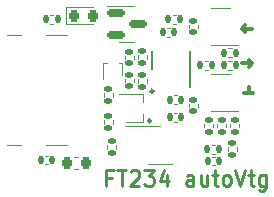
<source format=gbr>
%TF.GenerationSoftware,KiCad,Pcbnew,7.0.8-7.0.8~ubuntu22.04.1*%
%TF.CreationDate,2023-10-30T09:28:09+01:00*%
%TF.ProjectId,usb2serial-autovtg,75736232-7365-4726-9961-6c2d6175746f,rev?*%
%TF.SameCoordinates,Original*%
%TF.FileFunction,Legend,Top*%
%TF.FilePolarity,Positive*%
%FSLAX46Y46*%
G04 Gerber Fmt 4.6, Leading zero omitted, Abs format (unit mm)*
G04 Created by KiCad (PCBNEW 7.0.8-7.0.8~ubuntu22.04.1) date 2023-10-30 09:28:09*
%MOMM*%
%LPD*%
G01*
G04 APERTURE LIST*
G04 Aperture macros list*
%AMRoundRect*
0 Rectangle with rounded corners*
0 $1 Rounding radius*
0 $2 $3 $4 $5 $6 $7 $8 $9 X,Y pos of 4 corners*
0 Add a 4 corners polygon primitive as box body*
4,1,4,$2,$3,$4,$5,$6,$7,$8,$9,$2,$3,0*
0 Add four circle primitives for the rounded corners*
1,1,$1+$1,$2,$3*
1,1,$1+$1,$4,$5*
1,1,$1+$1,$6,$7*
1,1,$1+$1,$8,$9*
0 Add four rect primitives between the rounded corners*
20,1,$1+$1,$2,$3,$4,$5,0*
20,1,$1+$1,$4,$5,$6,$7,0*
20,1,$1+$1,$6,$7,$8,$9,0*
20,1,$1+$1,$8,$9,$2,$3,0*%
G04 Aperture macros list end*
%ADD10C,0.300000*%
%ADD11C,0.275000*%
%ADD12C,0.250000*%
%ADD13C,0.120000*%
%ADD14C,0.150000*%
%ADD15RoundRect,0.140000X0.170000X-0.140000X0.170000X0.140000X-0.170000X0.140000X-0.170000X-0.140000X0*%
%ADD16RoundRect,0.140000X-0.170000X0.140000X-0.170000X-0.140000X0.170000X-0.140000X0.170000X0.140000X0*%
%ADD17RoundRect,0.140000X0.140000X0.170000X-0.140000X0.170000X-0.140000X-0.170000X0.140000X-0.170000X0*%
%ADD18RoundRect,0.140000X-0.140000X-0.170000X0.140000X-0.170000X0.140000X0.170000X-0.140000X0.170000X0*%
%ADD19RoundRect,0.218750X-0.218750X-0.256250X0.218750X-0.256250X0.218750X0.256250X-0.218750X0.256250X0*%
%ADD20RoundRect,0.135000X0.185000X-0.135000X0.185000X0.135000X-0.185000X0.135000X-0.185000X-0.135000X0*%
%ADD21RoundRect,0.135000X-0.185000X0.135000X-0.185000X-0.135000X0.185000X-0.135000X0.185000X0.135000X0*%
%ADD22RoundRect,0.135000X0.135000X0.185000X-0.135000X0.185000X-0.135000X-0.185000X0.135000X-0.185000X0*%
%ADD23R,0.250000X0.700000*%
%ADD24R,2.380000X1.660000*%
%ADD25R,0.700000X0.510000*%
%ADD26R,1.700000X1.700000*%
%ADD27O,1.700000X1.700000*%
%ADD28RoundRect,0.135000X-0.135000X-0.185000X0.135000X-0.185000X0.135000X0.185000X-0.135000X0.185000X0*%
%ADD29C,1.000000*%
%ADD30RoundRect,0.150000X-0.587500X-0.150000X0.587500X-0.150000X0.587500X0.150000X-0.587500X0.150000X0*%
%ADD31RoundRect,0.218750X0.218750X0.256250X-0.218750X0.256250X-0.218750X-0.256250X0.218750X-0.256250X0*%
%ADD32R,0.400000X0.450000*%
%ADD33R,0.700000X0.450000*%
%ADD34C,0.650000*%
%ADD35R,1.150000X0.600000*%
%ADD36R,1.150000X0.300000*%
%ADD37O,2.100000X1.000000*%
%ADD38O,1.800000X1.000000*%
%ADD39R,1.450000X0.450000*%
G04 APERTURE END LIST*
D10*
X155200000Y-71800000D02*
X154300000Y-71800000D01*
D11*
X146637500Y-79600000D02*
G75*
G03*
X146637500Y-79600000I-137500J0D01*
G01*
D10*
X154600000Y-72050000D02*
X154300000Y-71800000D01*
D11*
X146837500Y-77100000D02*
G75*
G03*
X146837500Y-77100000I-137500J0D01*
G01*
D10*
X154900000Y-77200000D02*
X154900000Y-76700000D01*
X154300000Y-74700000D02*
X155200000Y-74700000D01*
X154900000Y-75000000D02*
X155200000Y-74700000D01*
X154500000Y-77200000D02*
X155300000Y-77200000D01*
X154600000Y-71500000D02*
X154300000Y-71800000D01*
X154900000Y-74450000D02*
X155200000Y-74700000D01*
D12*
X143285716Y-84407452D02*
X142852382Y-84407452D01*
X142852382Y-85088404D02*
X142852382Y-83788404D01*
X142852382Y-83788404D02*
X143471430Y-83788404D01*
X143780954Y-83788404D02*
X144523811Y-83788404D01*
X144152383Y-85088404D02*
X144152383Y-83788404D01*
X144895240Y-83912214D02*
X144957144Y-83850309D01*
X144957144Y-83850309D02*
X145080954Y-83788404D01*
X145080954Y-83788404D02*
X145390478Y-83788404D01*
X145390478Y-83788404D02*
X145514287Y-83850309D01*
X145514287Y-83850309D02*
X145576192Y-83912214D01*
X145576192Y-83912214D02*
X145638097Y-84036023D01*
X145638097Y-84036023D02*
X145638097Y-84159833D01*
X145638097Y-84159833D02*
X145576192Y-84345547D01*
X145576192Y-84345547D02*
X144833335Y-85088404D01*
X144833335Y-85088404D02*
X145638097Y-85088404D01*
X146071430Y-83788404D02*
X146876192Y-83788404D01*
X146876192Y-83788404D02*
X146442858Y-84283642D01*
X146442858Y-84283642D02*
X146628573Y-84283642D01*
X146628573Y-84283642D02*
X146752382Y-84345547D01*
X146752382Y-84345547D02*
X146814287Y-84407452D01*
X146814287Y-84407452D02*
X146876192Y-84531261D01*
X146876192Y-84531261D02*
X146876192Y-84840785D01*
X146876192Y-84840785D02*
X146814287Y-84964595D01*
X146814287Y-84964595D02*
X146752382Y-85026500D01*
X146752382Y-85026500D02*
X146628573Y-85088404D01*
X146628573Y-85088404D02*
X146257144Y-85088404D01*
X146257144Y-85088404D02*
X146133335Y-85026500D01*
X146133335Y-85026500D02*
X146071430Y-84964595D01*
X147990477Y-84221738D02*
X147990477Y-85088404D01*
X147680953Y-83726500D02*
X147371430Y-84655071D01*
X147371430Y-84655071D02*
X148176191Y-84655071D01*
X150219048Y-85088404D02*
X150219048Y-84407452D01*
X150219048Y-84407452D02*
X150157143Y-84283642D01*
X150157143Y-84283642D02*
X150033334Y-84221738D01*
X150033334Y-84221738D02*
X149785715Y-84221738D01*
X149785715Y-84221738D02*
X149661905Y-84283642D01*
X150219048Y-85026500D02*
X150095239Y-85088404D01*
X150095239Y-85088404D02*
X149785715Y-85088404D01*
X149785715Y-85088404D02*
X149661905Y-85026500D01*
X149661905Y-85026500D02*
X149600001Y-84902690D01*
X149600001Y-84902690D02*
X149600001Y-84778880D01*
X149600001Y-84778880D02*
X149661905Y-84655071D01*
X149661905Y-84655071D02*
X149785715Y-84593166D01*
X149785715Y-84593166D02*
X150095239Y-84593166D01*
X150095239Y-84593166D02*
X150219048Y-84531261D01*
X151395238Y-84221738D02*
X151395238Y-85088404D01*
X150838095Y-84221738D02*
X150838095Y-84902690D01*
X150838095Y-84902690D02*
X150900000Y-85026500D01*
X150900000Y-85026500D02*
X151023810Y-85088404D01*
X151023810Y-85088404D02*
X151209524Y-85088404D01*
X151209524Y-85088404D02*
X151333333Y-85026500D01*
X151333333Y-85026500D02*
X151395238Y-84964595D01*
X151828571Y-84221738D02*
X152323809Y-84221738D01*
X152014285Y-83788404D02*
X152014285Y-84902690D01*
X152014285Y-84902690D02*
X152076190Y-85026500D01*
X152076190Y-85026500D02*
X152200000Y-85088404D01*
X152200000Y-85088404D02*
X152323809Y-85088404D01*
X152942857Y-85088404D02*
X152819047Y-85026500D01*
X152819047Y-85026500D02*
X152757142Y-84964595D01*
X152757142Y-84964595D02*
X152695238Y-84840785D01*
X152695238Y-84840785D02*
X152695238Y-84469357D01*
X152695238Y-84469357D02*
X152757142Y-84345547D01*
X152757142Y-84345547D02*
X152819047Y-84283642D01*
X152819047Y-84283642D02*
X152942857Y-84221738D01*
X152942857Y-84221738D02*
X153128571Y-84221738D01*
X153128571Y-84221738D02*
X153252380Y-84283642D01*
X153252380Y-84283642D02*
X153314285Y-84345547D01*
X153314285Y-84345547D02*
X153376190Y-84469357D01*
X153376190Y-84469357D02*
X153376190Y-84840785D01*
X153376190Y-84840785D02*
X153314285Y-84964595D01*
X153314285Y-84964595D02*
X153252380Y-85026500D01*
X153252380Y-85026500D02*
X153128571Y-85088404D01*
X153128571Y-85088404D02*
X152942857Y-85088404D01*
X153747618Y-83788404D02*
X154180951Y-85088404D01*
X154180951Y-85088404D02*
X154614285Y-83788404D01*
X154861904Y-84221738D02*
X155357142Y-84221738D01*
X155047618Y-83788404D02*
X155047618Y-84902690D01*
X155047618Y-84902690D02*
X155109523Y-85026500D01*
X155109523Y-85026500D02*
X155233333Y-85088404D01*
X155233333Y-85088404D02*
X155357142Y-85088404D01*
X156347618Y-84221738D02*
X156347618Y-85274119D01*
X156347618Y-85274119D02*
X156285713Y-85397928D01*
X156285713Y-85397928D02*
X156223809Y-85459833D01*
X156223809Y-85459833D02*
X156099999Y-85521738D01*
X156099999Y-85521738D02*
X155914285Y-85521738D01*
X155914285Y-85521738D02*
X155790475Y-85459833D01*
X156347618Y-85026500D02*
X156223809Y-85088404D01*
X156223809Y-85088404D02*
X155976190Y-85088404D01*
X155976190Y-85088404D02*
X155852380Y-85026500D01*
X155852380Y-85026500D02*
X155790475Y-84964595D01*
X155790475Y-84964595D02*
X155728571Y-84840785D01*
X155728571Y-84840785D02*
X155728571Y-84469357D01*
X155728571Y-84469357D02*
X155790475Y-84345547D01*
X155790475Y-84345547D02*
X155852380Y-84283642D01*
X155852380Y-84283642D02*
X155976190Y-84221738D01*
X155976190Y-84221738D02*
X156223809Y-84221738D01*
X156223809Y-84221738D02*
X156347618Y-84283642D01*
D13*
X144440000Y-74327836D02*
X144440000Y-74112164D01*
X145160000Y-74327836D02*
X145160000Y-74112164D01*
X145160000Y-76092164D02*
X145160000Y-76307836D01*
X144440000Y-76092164D02*
X144440000Y-76307836D01*
X148207836Y-72460000D02*
X147992164Y-72460000D01*
X148207836Y-71740000D02*
X147992164Y-71740000D01*
X148592164Y-77440000D02*
X148807836Y-77440000D01*
X148592164Y-78160000D02*
X148807836Y-78160000D01*
X139427500Y-69965000D02*
X139427500Y-71435000D01*
X139427500Y-71435000D02*
X141712500Y-71435000D01*
X141712500Y-69965000D02*
X139427500Y-69965000D01*
X145520000Y-76363641D02*
X145520000Y-76056359D01*
X146280000Y-76363641D02*
X146280000Y-76056359D01*
X146280000Y-74036359D02*
X146280000Y-74343641D01*
X145520000Y-74036359D02*
X145520000Y-74343641D01*
X151463641Y-75280000D02*
X151156359Y-75280000D01*
X151463641Y-74520000D02*
X151156359Y-74520000D01*
D14*
X149925000Y-76700000D02*
X149925000Y-73700000D01*
X146675000Y-75200000D02*
X146675000Y-73700000D01*
D13*
X153300000Y-70000000D02*
X151700000Y-70000000D01*
X151700000Y-73200000D02*
X154000000Y-73200000D01*
X153443641Y-74230000D02*
X153136359Y-74230000D01*
X153443641Y-73470000D02*
X153136359Y-73470000D01*
X148753641Y-71380000D02*
X148446359Y-71380000D01*
X148753641Y-70620000D02*
X148446359Y-70620000D01*
X143380000Y-79546359D02*
X143380000Y-79853641D01*
X142620000Y-79546359D02*
X142620000Y-79853641D01*
X151746359Y-81620000D02*
X152053641Y-81620000D01*
X151746359Y-82380000D02*
X152053641Y-82380000D01*
X151120000Y-80153641D02*
X151120000Y-79846359D01*
X151880000Y-80153641D02*
X151880000Y-79846359D01*
X153880000Y-81846359D02*
X153880000Y-82153641D01*
X153120000Y-81846359D02*
X153120000Y-82153641D01*
X153443641Y-75280000D02*
X153136359Y-75280000D01*
X153443641Y-74520000D02*
X153136359Y-74520000D01*
X144562500Y-69840000D02*
X142887500Y-69840000D01*
X144562500Y-69840000D02*
X145212500Y-69840000D01*
X144562500Y-72960000D02*
X143912500Y-72960000D01*
X144562500Y-72960000D02*
X145212500Y-72960000D01*
X138046359Y-70620000D02*
X138353641Y-70620000D01*
X138046359Y-71380000D02*
X138353641Y-71380000D01*
X151812164Y-82640000D02*
X152027836Y-82640000D01*
X151812164Y-83360000D02*
X152027836Y-83360000D01*
X148787836Y-79660000D02*
X148572164Y-79660000D01*
X148787836Y-78940000D02*
X148572164Y-78940000D01*
X140462779Y-83710000D02*
X140137221Y-83710000D01*
X140462779Y-82690000D02*
X140137221Y-82690000D01*
X154080000Y-79846359D02*
X154080000Y-80153641D01*
X153320000Y-79846359D02*
X153320000Y-80153641D01*
X153300000Y-75600000D02*
X151700000Y-75600000D01*
X151700000Y-78800000D02*
X154000000Y-78800000D01*
X152220000Y-80153641D02*
X152220000Y-79846359D01*
X152980000Y-80153641D02*
X152980000Y-79846359D01*
X149840000Y-71707836D02*
X149840000Y-71492164D01*
X150560000Y-71707836D02*
X150560000Y-71492164D01*
X142600000Y-76015000D02*
X142600000Y-74725000D01*
X142600000Y-74725000D02*
X142915000Y-74725000D01*
X143885000Y-74725000D02*
X144200000Y-74725000D01*
X144200000Y-74725000D02*
X144200000Y-75725000D01*
X143380000Y-77236359D02*
X143380000Y-77543641D01*
X142620000Y-77236359D02*
X142620000Y-77543641D01*
X142920000Y-81943641D02*
X142920000Y-81636359D01*
X143680000Y-81943641D02*
X143680000Y-81636359D01*
X149840000Y-78427836D02*
X149840000Y-78212164D01*
X150560000Y-78427836D02*
X150560000Y-78212164D01*
X144520000Y-79660000D02*
X145930000Y-79660000D01*
X145930000Y-77340000D02*
X143900000Y-77340000D01*
X145930000Y-77340000D02*
X145930000Y-78000000D01*
X145930000Y-79000000D02*
X145930000Y-79660000D01*
X137700000Y-72330000D02*
X139500000Y-72330000D01*
X135600000Y-72330000D02*
X134450000Y-72330000D01*
X137700000Y-81670000D02*
X139500000Y-81670000D01*
X135600000Y-81670000D02*
X134450000Y-81670000D01*
X147400000Y-80005000D02*
X144400000Y-80005000D01*
X148400000Y-83245000D02*
X146400000Y-83245000D01*
X137887836Y-83260000D02*
X137672164Y-83260000D01*
X137887836Y-82540000D02*
X137672164Y-82540000D01*
%LPC*%
D15*
X144800000Y-74700000D03*
X144800000Y-73740000D03*
D16*
X144800000Y-75720000D03*
X144800000Y-76680000D03*
D17*
X148580000Y-72100000D03*
X147620000Y-72100000D03*
D18*
X148220000Y-77800000D03*
X149180000Y-77800000D03*
D19*
X140125000Y-70700000D03*
X141700000Y-70700000D03*
D20*
X145900000Y-76720000D03*
X145900000Y-75700000D03*
D21*
X145900000Y-73680000D03*
X145900000Y-74700000D03*
D22*
X151820000Y-74900000D03*
X150800000Y-74900000D03*
D23*
X147175000Y-76600000D03*
X147625000Y-76600000D03*
X148075000Y-76600000D03*
X148525000Y-76600000D03*
X148975000Y-76600000D03*
X149425000Y-76600000D03*
X149425000Y-73800000D03*
X148975000Y-73800000D03*
X148525000Y-73800000D03*
X148075000Y-73800000D03*
X147625000Y-73800000D03*
X147175000Y-73800000D03*
D24*
X148300000Y-75200000D03*
D25*
X153660000Y-72550000D03*
X153660000Y-71600000D03*
X153660000Y-70650000D03*
X151340000Y-70650000D03*
X151340000Y-72550000D03*
D26*
X156200000Y-73200000D03*
D27*
X156200000Y-75740000D03*
X156200000Y-78280000D03*
X156200000Y-80820000D03*
D22*
X153800000Y-73850000D03*
X152780000Y-73850000D03*
X149110000Y-71000000D03*
X148090000Y-71000000D03*
D21*
X143000000Y-79190000D03*
X143000000Y-80210000D03*
D28*
X151390000Y-82000000D03*
X152410000Y-82000000D03*
D20*
X151500000Y-80510000D03*
X151500000Y-79490000D03*
D21*
X153500000Y-81490000D03*
X153500000Y-82510000D03*
D22*
X153800000Y-74900000D03*
X152780000Y-74900000D03*
D29*
X135200000Y-69200000D03*
D30*
X143625000Y-70450000D03*
X143625000Y-72350000D03*
X145500000Y-71400000D03*
D28*
X137690000Y-71000000D03*
X138710000Y-71000000D03*
D18*
X151440000Y-83000000D03*
X152400000Y-83000000D03*
D17*
X149160000Y-79300000D03*
X148200000Y-79300000D03*
D31*
X141087500Y-83200000D03*
X139512500Y-83200000D03*
D21*
X153700000Y-79490000D03*
X153700000Y-80510000D03*
D25*
X153660000Y-78150000D03*
X153660000Y-77200000D03*
X153660000Y-76250000D03*
X151340000Y-76250000D03*
X151340000Y-78150000D03*
D20*
X152600000Y-80510000D03*
X152600000Y-79490000D03*
D15*
X150200000Y-72080000D03*
X150200000Y-71120000D03*
D29*
X135200000Y-84800000D03*
D32*
X143000000Y-75850000D03*
X143800000Y-75850000D03*
X143400000Y-74800000D03*
D29*
X156800000Y-69200000D03*
D21*
X143000000Y-76880000D03*
X143000000Y-77900000D03*
D20*
X143300000Y-82300000D03*
X143300000Y-81280000D03*
D15*
X150200000Y-78800000D03*
X150200000Y-77840000D03*
D33*
X144200000Y-77850000D03*
X144200000Y-79150000D03*
X146200000Y-78500000D03*
D34*
X140305000Y-74110000D03*
X140305000Y-79890000D03*
D35*
X141380000Y-73800000D03*
X141380000Y-74600000D03*
D36*
X141380000Y-75750000D03*
X141380000Y-76750000D03*
X141380000Y-77250000D03*
X141380000Y-78250000D03*
D35*
X141380000Y-79400000D03*
X141380000Y-80200000D03*
X141380000Y-80200000D03*
X141380000Y-79400000D03*
D36*
X141380000Y-78750000D03*
X141380000Y-77750000D03*
X141380000Y-76250000D03*
X141380000Y-75250000D03*
D35*
X141380000Y-74600000D03*
X141380000Y-73800000D03*
D37*
X140805000Y-72680000D03*
D38*
X136625000Y-72680000D03*
D37*
X140805000Y-81320000D03*
D38*
X136625000Y-81320000D03*
D39*
X145200000Y-80650000D03*
X145200000Y-81300000D03*
X145200000Y-81950000D03*
X145200000Y-82600000D03*
X149600000Y-82600000D03*
X149600000Y-81950000D03*
X149600000Y-81300000D03*
X149600000Y-80650000D03*
D17*
X138260000Y-82900000D03*
X137300000Y-82900000D03*
%LPD*%
M02*

</source>
